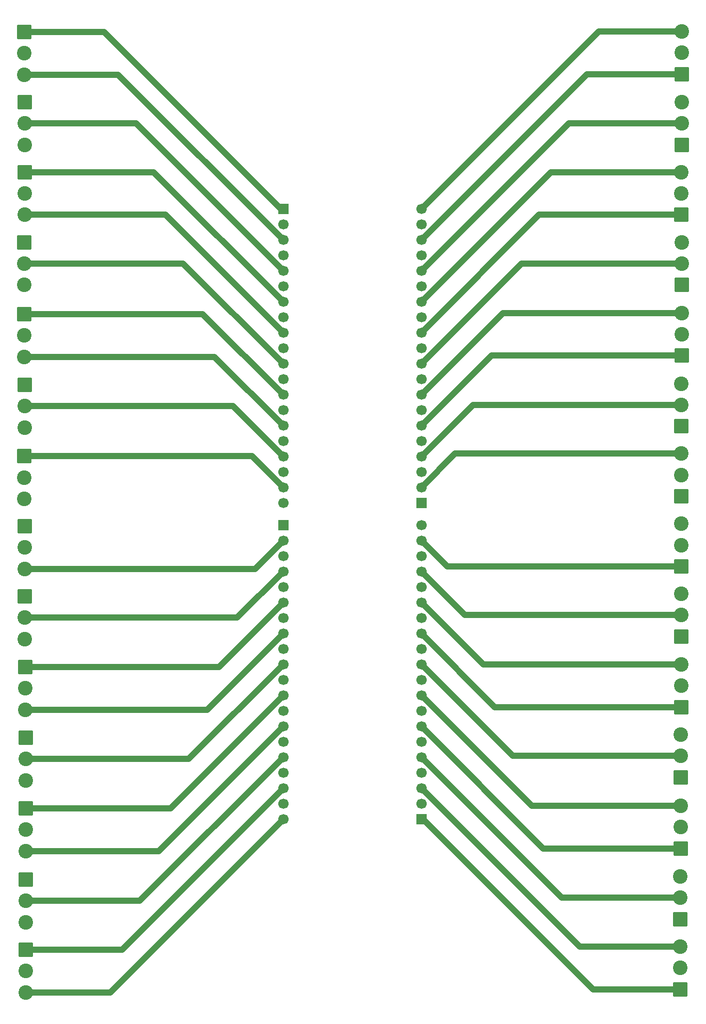
<source format=gbr>
%TF.GenerationSoftware,KiCad,Pcbnew,9.0.4-9.0.4-0~ubuntu24.04.1*%
%TF.CreationDate,2025-10-01T18:10:45-06:00*%
%TF.ProjectId,interfaz_esp32,696e7465-7266-4617-9a5f-65737033322e,rev?*%
%TF.SameCoordinates,Original*%
%TF.FileFunction,Copper,L1,Top*%
%TF.FilePolarity,Positive*%
%FSLAX46Y46*%
G04 Gerber Fmt 4.6, Leading zero omitted, Abs format (unit mm)*
G04 Created by KiCad (PCBNEW 9.0.4-9.0.4-0~ubuntu24.04.1) date 2025-10-01 18:10:45*
%MOMM*%
%LPD*%
G01*
G04 APERTURE LIST*
G04 Aperture macros list*
%AMRoundRect*
0 Rectangle with rounded corners*
0 $1 Rounding radius*
0 $2 $3 $4 $5 $6 $7 $8 $9 X,Y pos of 4 corners*
0 Add a 4 corners polygon primitive as box body*
4,1,4,$2,$3,$4,$5,$6,$7,$8,$9,$2,$3,0*
0 Add four circle primitives for the rounded corners*
1,1,$1+$1,$2,$3*
1,1,$1+$1,$4,$5*
1,1,$1+$1,$6,$7*
1,1,$1+$1,$8,$9*
0 Add four rect primitives between the rounded corners*
20,1,$1+$1,$2,$3,$4,$5,0*
20,1,$1+$1,$4,$5,$6,$7,0*
20,1,$1+$1,$6,$7,$8,$9,0*
20,1,$1+$1,$8,$9,$2,$3,0*%
G04 Aperture macros list end*
%TA.AperFunction,ComponentPad*%
%ADD10RoundRect,0.250001X0.949999X-0.949999X0.949999X0.949999X-0.949999X0.949999X-0.949999X-0.949999X0*%
%TD*%
%TA.AperFunction,ComponentPad*%
%ADD11C,2.400000*%
%TD*%
%TA.AperFunction,ComponentPad*%
%ADD12RoundRect,0.250001X-0.949999X0.949999X-0.949999X-0.949999X0.949999X-0.949999X0.949999X0.949999X0*%
%TD*%
%TA.AperFunction,ComponentPad*%
%ADD13R,1.700000X1.700000*%
%TD*%
%TA.AperFunction,ComponentPad*%
%ADD14C,1.700000*%
%TD*%
%TA.AperFunction,Conductor*%
%ADD15C,1.000000*%
%TD*%
G04 APERTURE END LIST*
D10*
%TO.P,J15,1,Pin_1*%
%TO.N,Net-(J15-Pin_1)*%
X53900000Y-95000000D03*
D11*
%TO.P,J15,2,Pin_2*%
%TO.N,Net-(J15-Pin_2)*%
X53900000Y-91500000D03*
%TO.P,J15,3,Pin_3*%
%TO.N,Net-(J15-Pin_3)*%
X53900000Y-88000000D03*
%TD*%
D12*
%TO.P,J29,1,Pin_1*%
%TO.N,Net-(J2-Pin_9)*%
X-53700000Y-88500000D03*
D11*
%TO.P,J29,2,Pin_2*%
%TO.N,Net-(J2-Pin_10)*%
X-53700000Y-92000000D03*
%TO.P,J29,3,Pin_3*%
%TO.N,Net-(J2-Pin_11)*%
X-53700000Y-95500000D03*
%TD*%
D13*
%TO.P,J2,1,Pin_1*%
%TO.N,Net-(J2-Pin_1)*%
X-11400000Y-53620000D03*
D14*
%TO.P,J2,2,Pin_2*%
%TO.N,Net-(J2-Pin_2)*%
X-11400000Y-56160000D03*
%TO.P,J2,3,Pin_3*%
%TO.N,Net-(J2-Pin_3)*%
X-11400000Y-58700000D03*
%TO.P,J2,4,Pin_4*%
%TO.N,Net-(J2-Pin_4)*%
X-11400000Y-61240000D03*
%TO.P,J2,5,Pin_5*%
%TO.N,Net-(J2-Pin_5)*%
X-11400000Y-63780000D03*
%TO.P,J2,6,Pin_6*%
%TO.N,Net-(J2-Pin_6)*%
X-11400000Y-66320000D03*
%TO.P,J2,7,Pin_7*%
%TO.N,Net-(J2-Pin_7)*%
X-11400000Y-68860000D03*
%TO.P,J2,8,Pin_8*%
%TO.N,Net-(J2-Pin_8)*%
X-11400000Y-71400000D03*
%TO.P,J2,9,Pin_9*%
%TO.N,Net-(J2-Pin_9)*%
X-11400000Y-73940000D03*
%TO.P,J2,10,Pin_10*%
%TO.N,Net-(J2-Pin_10)*%
X-11400000Y-76480000D03*
%TO.P,J2,11,Pin_11*%
%TO.N,Net-(J2-Pin_11)*%
X-11400000Y-79020000D03*
%TO.P,J2,12,Pin_12*%
%TO.N,Net-(J2-Pin_12)*%
X-11400000Y-81560000D03*
%TO.P,J2,13,Pin_13*%
%TO.N,Net-(J2-Pin_13)*%
X-11400000Y-84100000D03*
%TO.P,J2,14,Pin_14*%
%TO.N,Net-(J2-Pin_14)*%
X-11400000Y-86640000D03*
%TO.P,J2,15,Pin_15*%
%TO.N,Net-(J2-Pin_15)*%
X-11400000Y-89180000D03*
%TO.P,J2,16,Pin_16*%
%TO.N,Net-(J2-Pin_16)*%
X-11400000Y-91720000D03*
%TO.P,J2,17,Pin_17*%
%TO.N,Net-(J2-Pin_17)*%
X-11400000Y-94260000D03*
%TO.P,J2,18,Pin_18*%
%TO.N,Net-(J2-Pin_18)*%
X-11400000Y-96800000D03*
%TO.P,J2,19,Pin_19*%
%TO.N,Net-(J2-Pin_19)*%
X-11400000Y-99340000D03*
%TO.P,J2,20,Pin_20*%
%TO.N,Net-(J2-Pin_20)*%
X-11400000Y-101880000D03*
%TD*%
D10*
%TO.P,J11,1,Pin_1*%
%TO.N,unconnected-(J11-Pin_1-Pad1)*%
X54000000Y-48900000D03*
D11*
%TO.P,J11,2,Pin_2*%
%TO.N,Net-(J11-Pin_2)*%
X54000000Y-45400000D03*
%TO.P,J11,3,Pin_3*%
%TO.N,Net-(J11-Pin_3)*%
X54000000Y-41900000D03*
%TD*%
D10*
%TO.P,J12,1,Pin_1*%
%TO.N,Net-(J12-Pin_1)*%
X54000000Y-60400000D03*
D11*
%TO.P,J12,2,Pin_2*%
%TO.N,Net-(J12-Pin_2)*%
X54000000Y-56900000D03*
%TO.P,J12,3,Pin_3*%
%TO.N,unconnected-(J12-Pin_3-Pad3)*%
X54000000Y-53400000D03*
%TD*%
D10*
%TO.P,J13,1,Pin_1*%
%TO.N,Net-(J13-Pin_1)*%
X54000000Y-71900000D03*
D11*
%TO.P,J13,2,Pin_2*%
%TO.N,Net-(J13-Pin_2)*%
X54000000Y-68400000D03*
%TO.P,J13,3,Pin_3*%
%TO.N,Net-(J13-Pin_3)*%
X54000000Y-64900000D03*
%TD*%
D10*
%TO.P,J16,1,Pin_1*%
%TO.N,Net-(J16-Pin_1)*%
X53900000Y-106700000D03*
D11*
%TO.P,J16,2,Pin_2*%
%TO.N,Net-(J16-Pin_2)*%
X53900000Y-103200000D03*
%TO.P,J16,3,Pin_3*%
%TO.N,Net-(J16-Pin_3)*%
X53900000Y-99700000D03*
%TD*%
D12*
%TO.P,J20,1,Pin_1*%
%TO.N,Net-(J1-Pin_4)*%
X-53867500Y15800000D03*
D11*
%TO.P,J20,2,Pin_2*%
%TO.N,Net-(J1-Pin_5)*%
X-53867500Y12300000D03*
%TO.P,J20,3,Pin_3*%
%TO.N,Net-(J1-Pin_6)*%
X-53867500Y8800000D03*
%TD*%
D10*
%TO.P,J9,1,Pin_1*%
%TO.N,Net-(J4-Pin_6)*%
X54067500Y-25800000D03*
D11*
%TO.P,J9,2,Pin_2*%
%TO.N,Net-(J4-Pin_7)*%
X54067500Y-22300000D03*
%TO.P,J9,3,Pin_3*%
%TO.N,Net-(J4-Pin_8)*%
X54067500Y-18800000D03*
%TD*%
D13*
%TO.P,J1,1,Pin_1*%
%TO.N,Net-(J1-Pin_1)*%
X-11400000Y-1740000D03*
D14*
%TO.P,J1,2,Pin_2*%
%TO.N,Net-(J1-Pin_2)*%
X-11400000Y-4280000D03*
%TO.P,J1,3,Pin_3*%
%TO.N,Net-(J1-Pin_3)*%
X-11400000Y-6820000D03*
%TO.P,J1,4,Pin_4*%
%TO.N,Net-(J1-Pin_4)*%
X-11400000Y-9360000D03*
%TO.P,J1,5,Pin_5*%
%TO.N,Net-(J1-Pin_5)*%
X-11400000Y-11900000D03*
%TO.P,J1,6,Pin_6*%
%TO.N,Net-(J1-Pin_6)*%
X-11400000Y-14440000D03*
%TO.P,J1,7,Pin_7*%
%TO.N,Net-(J1-Pin_7)*%
X-11400000Y-16980000D03*
%TO.P,J1,8,Pin_8*%
%TO.N,Net-(J1-Pin_8)*%
X-11400000Y-19520000D03*
%TO.P,J1,9,Pin_9*%
%TO.N,Net-(J1-Pin_9)*%
X-11400000Y-22060000D03*
%TO.P,J1,10,Pin_10*%
%TO.N,Net-(J1-Pin_10)*%
X-11400000Y-24600000D03*
%TO.P,J1,11,Pin_11*%
%TO.N,Net-(J1-Pin_11)*%
X-11400000Y-27140000D03*
%TO.P,J1,12,Pin_12*%
%TO.N,Net-(J1-Pin_12)*%
X-11400000Y-29680000D03*
%TO.P,J1,13,Pin_13*%
%TO.N,Net-(J1-Pin_13)*%
X-11400000Y-32220000D03*
%TO.P,J1,14,Pin_14*%
%TO.N,Net-(J1-Pin_14)*%
X-11400000Y-34760000D03*
%TO.P,J1,15,Pin_15*%
%TO.N,Net-(J1-Pin_15)*%
X-11400000Y-37300000D03*
%TO.P,J1,16,Pin_16*%
%TO.N,Net-(J1-Pin_16)*%
X-11400000Y-39840000D03*
%TO.P,J1,17,Pin_17*%
%TO.N,Net-(J1-Pin_17)*%
X-11400000Y-42380000D03*
%TO.P,J1,18,Pin_18*%
%TO.N,Net-(J1-Pin_18)*%
X-11400000Y-44920000D03*
%TO.P,J1,19,Pin_19*%
%TO.N,Net-(J1-Pin_19)*%
X-11400000Y-47460000D03*
%TO.P,J1,20,Pin_20*%
%TO.N,Net-(J1-Pin_20)*%
X-11400000Y-50000000D03*
%TD*%
D13*
%TO.P,J4,1,Pin_1*%
%TO.N,Net-(J11-Pin_2)*%
X11300000Y-50000000D03*
D14*
%TO.P,J4,2,Pin_2*%
%TO.N,Net-(J11-Pin_3)*%
X11300000Y-47460000D03*
%TO.P,J4,3,Pin_3*%
%TO.N,Net-(J10-Pin_1)*%
X11300000Y-44920000D03*
%TO.P,J4,4,Pin_4*%
%TO.N,Net-(J10-Pin_2)*%
X11300000Y-42380000D03*
%TO.P,J4,5,Pin_5*%
%TO.N,Net-(J10-Pin_3)*%
X11300000Y-39840000D03*
%TO.P,J4,6,Pin_6*%
%TO.N,Net-(J4-Pin_6)*%
X11300000Y-37300000D03*
%TO.P,J4,7,Pin_7*%
%TO.N,Net-(J4-Pin_7)*%
X11300000Y-34760000D03*
%TO.P,J4,8,Pin_8*%
%TO.N,Net-(J4-Pin_8)*%
X11300000Y-32220000D03*
%TO.P,J4,9,Pin_9*%
%TO.N,Net-(J4-Pin_9)*%
X11300000Y-29680000D03*
%TO.P,J4,10,Pin_10*%
%TO.N,Net-(J4-Pin_10)*%
X11300000Y-27140000D03*
%TO.P,J4,11,Pin_11*%
%TO.N,Net-(J4-Pin_11)*%
X11300000Y-24600000D03*
%TO.P,J4,12,Pin_12*%
%TO.N,Net-(J4-Pin_12)*%
X11300000Y-22060000D03*
%TO.P,J4,13,Pin_13*%
%TO.N,Net-(J4-Pin_13)*%
X11300000Y-19520000D03*
%TO.P,J4,14,Pin_14*%
%TO.N,Net-(J4-Pin_14)*%
X11300000Y-16980000D03*
%TO.P,J4,15,Pin_15*%
%TO.N,Net-(J4-Pin_15)*%
X11300000Y-14440000D03*
%TO.P,J4,16,Pin_16*%
%TO.N,Net-(J4-Pin_16)*%
X11300000Y-11900000D03*
%TO.P,J4,17,Pin_17*%
%TO.N,Net-(J4-Pin_17)*%
X11300000Y-9360000D03*
%TO.P,J4,18,Pin_18*%
%TO.N,Net-(J4-Pin_18)*%
X11300000Y-6820000D03*
%TO.P,J4,19,Pin_19*%
%TO.N,Net-(J4-Pin_19)*%
X11300000Y-4280000D03*
%TO.P,J4,20,Pin_20*%
%TO.N,Net-(J4-Pin_20)*%
X11300000Y-1740000D03*
%TD*%
D12*
%TO.P,J26,1,Pin_1*%
%TO.N,unconnected-(J26-Pin_1-Pad1)*%
X-53900000Y-53800000D03*
D11*
%TO.P,J26,2,Pin_2*%
%TO.N,Net-(J2-Pin_1)*%
X-53900000Y-57300000D03*
%TO.P,J26,3,Pin_3*%
%TO.N,Net-(J2-Pin_2)*%
X-53900000Y-60800000D03*
%TD*%
D13*
%TO.P,J3,1,Pin_1*%
%TO.N,Net-(J18-Pin_1)*%
X11300000Y-101900000D03*
D14*
%TO.P,J3,2,Pin_2*%
%TO.N,Net-(J18-Pin_2)*%
X11300000Y-99360000D03*
%TO.P,J3,3,Pin_3*%
%TO.N,Net-(J18-Pin_3)*%
X11300000Y-96820000D03*
%TO.P,J3,4,Pin_4*%
%TO.N,Net-(J17-Pin_1)*%
X11300000Y-94280000D03*
%TO.P,J3,5,Pin_5*%
%TO.N,Net-(J17-Pin_2)*%
X11300000Y-91740000D03*
%TO.P,J3,6,Pin_6*%
%TO.N,Net-(J17-Pin_3)*%
X11300000Y-89200000D03*
%TO.P,J3,7,Pin_7*%
%TO.N,Net-(J16-Pin_1)*%
X11300000Y-86660000D03*
%TO.P,J3,8,Pin_8*%
%TO.N,Net-(J16-Pin_2)*%
X11300000Y-84120000D03*
%TO.P,J3,9,Pin_9*%
%TO.N,Net-(J16-Pin_3)*%
X11300000Y-81580000D03*
%TO.P,J3,10,Pin_10*%
%TO.N,Net-(J15-Pin_1)*%
X11300000Y-79040000D03*
%TO.P,J3,11,Pin_11*%
%TO.N,Net-(J15-Pin_2)*%
X11300000Y-76500000D03*
%TO.P,J3,12,Pin_12*%
%TO.N,Net-(J15-Pin_3)*%
X11300000Y-73960000D03*
%TO.P,J3,13,Pin_13*%
%TO.N,Net-(J14-Pin_1)*%
X11300000Y-71420000D03*
%TO.P,J3,14,Pin_14*%
%TO.N,Net-(J14-Pin_2)*%
X11300000Y-68880000D03*
%TO.P,J3,15,Pin_15*%
%TO.N,Net-(J14-Pin_3)*%
X11300000Y-66340000D03*
%TO.P,J3,16,Pin_16*%
%TO.N,Net-(J13-Pin_1)*%
X11300000Y-63800000D03*
%TO.P,J3,17,Pin_17*%
%TO.N,Net-(J13-Pin_2)*%
X11300000Y-61260000D03*
%TO.P,J3,18,Pin_18*%
%TO.N,Net-(J13-Pin_3)*%
X11300000Y-58720000D03*
%TO.P,J3,19,Pin_19*%
%TO.N,Net-(J12-Pin_1)*%
X11300000Y-56180000D03*
%TO.P,J3,20,Pin_20*%
%TO.N,Net-(J12-Pin_2)*%
X11300000Y-53640000D03*
%TD*%
D12*
%TO.P,J23,1,Pin_1*%
%TO.N,Net-(J1-Pin_13)*%
X-53967500Y-19000000D03*
D11*
%TO.P,J23,2,Pin_2*%
%TO.N,Net-(J1-Pin_14)*%
X-53967500Y-22500000D03*
%TO.P,J23,3,Pin_3*%
%TO.N,Net-(J1-Pin_15)*%
X-53967500Y-26000000D03*
%TD*%
D12*
%TO.P,J25,1,Pin_1*%
%TO.N,Net-(J1-Pin_19)*%
X-53967500Y-42300000D03*
D11*
%TO.P,J25,2,Pin_2*%
%TO.N,Net-(J1-Pin_20)*%
X-53967500Y-45800000D03*
%TO.P,J25,3,Pin_3*%
%TO.N,unconnected-(J25-Pin_3-Pad3)*%
X-53967500Y-49300000D03*
%TD*%
D10*
%TO.P,J7,1,Pin_1*%
%TO.N,Net-(J4-Pin_12)*%
X54000000Y-2700000D03*
D11*
%TO.P,J7,2,Pin_2*%
%TO.N,Net-(J4-Pin_13)*%
X54000000Y800000D03*
%TO.P,J7,3,Pin_3*%
%TO.N,Net-(J4-Pin_14)*%
X54000000Y4300000D03*
%TD*%
D12*
%TO.P,J31,1,Pin_1*%
%TO.N,Net-(J2-Pin_15)*%
X-53700000Y-111800000D03*
D11*
%TO.P,J31,2,Pin_2*%
%TO.N,Net-(J2-Pin_16)*%
X-53700000Y-115300000D03*
%TO.P,J31,3,Pin_3*%
%TO.N,Net-(J2-Pin_17)*%
X-53700000Y-118800000D03*
%TD*%
D10*
%TO.P,J17,1,Pin_1*%
%TO.N,Net-(J17-Pin_1)*%
X53867500Y-118300000D03*
D11*
%TO.P,J17,2,Pin_2*%
%TO.N,Net-(J17-Pin_2)*%
X53867500Y-114800000D03*
%TO.P,J17,3,Pin_3*%
%TO.N,Net-(J17-Pin_3)*%
X53867500Y-111300000D03*
%TD*%
D10*
%TO.P,J5,1,Pin_1*%
%TO.N,Net-(J4-Pin_18)*%
X54100000Y20400000D03*
D11*
%TO.P,J5,2,Pin_2*%
%TO.N,Net-(J4-Pin_19)*%
X54100000Y23900000D03*
%TO.P,J5,3,Pin_3*%
%TO.N,Net-(J4-Pin_20)*%
X54100000Y27400000D03*
%TD*%
D10*
%TO.P,J14,1,Pin_1*%
%TO.N,Net-(J14-Pin_1)*%
X54000000Y-83500000D03*
D11*
%TO.P,J14,2,Pin_2*%
%TO.N,Net-(J14-Pin_2)*%
X54000000Y-80000000D03*
%TO.P,J14,3,Pin_3*%
%TO.N,Net-(J14-Pin_3)*%
X54000000Y-76500000D03*
%TD*%
D12*
%TO.P,J32,1,Pin_1*%
%TO.N,Net-(J2-Pin_18)*%
X-53700000Y-123300000D03*
D11*
%TO.P,J32,2,Pin_2*%
%TO.N,Net-(J2-Pin_19)*%
X-53700000Y-126800000D03*
%TO.P,J32,3,Pin_3*%
%TO.N,Net-(J2-Pin_20)*%
X-53700000Y-130300000D03*
%TD*%
D12*
%TO.P,J24,1,Pin_1*%
%TO.N,Net-(J1-Pin_16)*%
X-53867500Y-30600000D03*
D11*
%TO.P,J24,2,Pin_2*%
%TO.N,Net-(J1-Pin_17)*%
X-53867500Y-34100000D03*
%TO.P,J24,3,Pin_3*%
%TO.N,Net-(J1-Pin_18)*%
X-53867500Y-37600000D03*
%TD*%
D12*
%TO.P,J30,1,Pin_1*%
%TO.N,Net-(J2-Pin_12)*%
X-53700000Y-100100000D03*
D11*
%TO.P,J30,2,Pin_2*%
%TO.N,Net-(J2-Pin_13)*%
X-53700000Y-103600000D03*
%TO.P,J30,3,Pin_3*%
%TO.N,Net-(J2-Pin_14)*%
X-53700000Y-107100000D03*
%TD*%
D12*
%TO.P,J19,1,Pin_1*%
%TO.N,Net-(J1-Pin_1)*%
X-53967500Y27300000D03*
D11*
%TO.P,J19,2,Pin_2*%
%TO.N,Net-(J1-Pin_2)*%
X-53967500Y23800000D03*
%TO.P,J19,3,Pin_3*%
%TO.N,Net-(J1-Pin_3)*%
X-53967500Y20300000D03*
%TD*%
D12*
%TO.P,J22,1,Pin_1*%
%TO.N,Net-(J1-Pin_10)*%
X-53967500Y-7200000D03*
D11*
%TO.P,J22,2,Pin_2*%
%TO.N,Net-(J1-Pin_11)*%
X-53967500Y-10700000D03*
%TO.P,J22,3,Pin_3*%
%TO.N,Net-(J1-Pin_12)*%
X-53967500Y-14200000D03*
%TD*%
D12*
%TO.P,J21,1,Pin_1*%
%TO.N,Net-(J1-Pin_7)*%
X-53867500Y4300000D03*
D11*
%TO.P,J21,2,Pin_2*%
%TO.N,Net-(J1-Pin_8)*%
X-53867500Y800000D03*
%TO.P,J21,3,Pin_3*%
%TO.N,Net-(J1-Pin_9)*%
X-53867500Y-2700000D03*
%TD*%
D10*
%TO.P,J6,1,Pin_1*%
%TO.N,Net-(J4-Pin_15)*%
X54067500Y8800000D03*
D11*
%TO.P,J6,2,Pin_2*%
%TO.N,Net-(J4-Pin_16)*%
X54067500Y12300000D03*
%TO.P,J6,3,Pin_3*%
%TO.N,Net-(J4-Pin_17)*%
X54067500Y15800000D03*
%TD*%
D10*
%TO.P,J8,1,Pin_1*%
%TO.N,Net-(J4-Pin_9)*%
X54067500Y-14200000D03*
D11*
%TO.P,J8,2,Pin_2*%
%TO.N,Net-(J4-Pin_10)*%
X54067500Y-10700000D03*
%TO.P,J8,3,Pin_3*%
%TO.N,Net-(J4-Pin_11)*%
X54067500Y-7200000D03*
%TD*%
D12*
%TO.P,J28,1,Pin_1*%
%TO.N,Net-(J2-Pin_6)*%
X-53800000Y-76900000D03*
D11*
%TO.P,J28,2,Pin_2*%
%TO.N,Net-(J2-Pin_7)*%
X-53800000Y-80400000D03*
%TO.P,J28,3,Pin_3*%
%TO.N,Net-(J2-Pin_8)*%
X-53800000Y-83900000D03*
%TD*%
D10*
%TO.P,J18,1,Pin_1*%
%TO.N,Net-(J18-Pin_1)*%
X53867500Y-129800000D03*
D11*
%TO.P,J18,2,Pin_2*%
%TO.N,Net-(J18-Pin_2)*%
X53867500Y-126300000D03*
%TO.P,J18,3,Pin_3*%
%TO.N,Net-(J18-Pin_3)*%
X53867500Y-122800000D03*
%TD*%
D12*
%TO.P,J27,1,Pin_1*%
%TO.N,Net-(J2-Pin_3)*%
X-53900000Y-65300000D03*
D11*
%TO.P,J27,2,Pin_2*%
%TO.N,Net-(J2-Pin_4)*%
X-53900000Y-68800000D03*
%TO.P,J27,3,Pin_3*%
%TO.N,Net-(J2-Pin_5)*%
X-53900000Y-72300000D03*
%TD*%
D10*
%TO.P,J10,1,Pin_1*%
%TO.N,Net-(J10-Pin_1)*%
X54000000Y-37400000D03*
D11*
%TO.P,J10,2,Pin_2*%
%TO.N,Net-(J10-Pin_2)*%
X54000000Y-33900000D03*
%TO.P,J10,3,Pin_3*%
%TO.N,Net-(J10-Pin_3)*%
X54000000Y-30400000D03*
%TD*%
D15*
%TO.N,Net-(J1-Pin_3)*%
X-53967500Y20300000D02*
X-38520000Y20300000D01*
X-38520000Y20300000D02*
X-11400000Y-6820000D01*
%TO.N,Net-(J1-Pin_5)*%
X-35600000Y12300000D02*
X-11400000Y-11900000D01*
X-53867500Y12300000D02*
X-35600000Y12300000D01*
%TO.N,Net-(J1-Pin_7)*%
X-32680000Y4300000D02*
X-11400000Y-16980000D01*
X-53867500Y4300000D02*
X-32680000Y4300000D01*
%TO.N,Net-(J1-Pin_9)*%
X-30760000Y-2700000D02*
X-11400000Y-22060000D01*
X-53867500Y-2700000D02*
X-30760000Y-2700000D01*
%TO.N,Net-(J1-Pin_15)*%
X-22700000Y-26000000D02*
X-11400000Y-37300000D01*
X-53967500Y-26000000D02*
X-22700000Y-26000000D01*
%TO.N,Net-(J1-Pin_13)*%
X-24620000Y-19000000D02*
X-11400000Y-32220000D01*
X-53967500Y-19000000D02*
X-24620000Y-19000000D01*
%TO.N,Net-(J1-Pin_17)*%
X-53867500Y-34100000D02*
X-19680000Y-34100000D01*
X-19680000Y-34100000D02*
X-11400000Y-42380000D01*
%TO.N,Net-(J1-Pin_11)*%
X-53967500Y-10700000D02*
X-27840000Y-10700000D01*
X-27840000Y-10700000D02*
X-11400000Y-27140000D01*
%TO.N,Net-(J1-Pin_1)*%
X-53967500Y27300000D02*
X-40800000Y27300000D01*
X-40800000Y27300000D02*
X-11760000Y-1740000D01*
X-11760000Y-1740000D02*
X-11400000Y-1740000D01*
%TO.N,Net-(J1-Pin_19)*%
X-16560000Y-42300000D02*
X-11400000Y-47460000D01*
X-53967500Y-42300000D02*
X-16560000Y-42300000D01*
%TO.N,Net-(J2-Pin_16)*%
X-34980000Y-115300000D02*
X-11400000Y-91720000D01*
X-53700000Y-115300000D02*
X-34980000Y-115300000D01*
%TO.N,Net-(J2-Pin_8)*%
X-23900000Y-83900000D02*
X-11400000Y-71400000D01*
X-53800000Y-83900000D02*
X-23900000Y-83900000D01*
%TO.N,Net-(J2-Pin_14)*%
X-53700000Y-107100000D02*
X-31860000Y-107100000D01*
X-31860000Y-107100000D02*
X-11400000Y-86640000D01*
%TO.N,Net-(J2-Pin_18)*%
X-37900000Y-123300000D02*
X-11400000Y-96800000D01*
X-53700000Y-123300000D02*
X-37900000Y-123300000D01*
%TO.N,Net-(J2-Pin_2)*%
X-53900000Y-60800000D02*
X-16040000Y-60800000D01*
X-16040000Y-60800000D02*
X-11400000Y-56160000D01*
%TO.N,Net-(J2-Pin_10)*%
X-26920000Y-92000000D02*
X-11400000Y-76480000D01*
X-53700000Y-92000000D02*
X-26920000Y-92000000D01*
%TO.N,Net-(J2-Pin_20)*%
X-53700000Y-130300000D02*
X-39820000Y-130300000D01*
X-39820000Y-130300000D02*
X-11400000Y-101880000D01*
%TO.N,Net-(J2-Pin_6)*%
X-53800000Y-76900000D02*
X-21980000Y-76900000D01*
X-21980000Y-76900000D02*
X-11400000Y-66320000D01*
%TO.N,Net-(J2-Pin_4)*%
X-18960000Y-68800000D02*
X-11400000Y-61240000D01*
X-53900000Y-68800000D02*
X-18960000Y-68800000D01*
%TO.N,Net-(J2-Pin_12)*%
X-29940000Y-100100000D02*
X-11400000Y-81560000D01*
X-53700000Y-100100000D02*
X-29940000Y-100100000D01*
%TO.N,Net-(J16-Pin_1)*%
X31340000Y-106700000D02*
X11300000Y-86660000D01*
X53900000Y-106700000D02*
X31340000Y-106700000D01*
%TO.N,Net-(J15-Pin_2)*%
X53900000Y-91500000D02*
X26300000Y-91500000D01*
X26300000Y-91500000D02*
X11300000Y-76500000D01*
%TO.N,Net-(J18-Pin_3)*%
X37280000Y-122800000D02*
X11300000Y-96820000D01*
X53867500Y-122800000D02*
X37280000Y-122800000D01*
%TO.N,Net-(J16-Pin_3)*%
X29420000Y-99700000D02*
X11300000Y-81580000D01*
X53900000Y-99700000D02*
X29420000Y-99700000D01*
%TO.N,Net-(J13-Pin_2)*%
X18440000Y-68400000D02*
X11300000Y-61260000D01*
X54000000Y-68400000D02*
X18440000Y-68400000D01*
%TO.N,Net-(J12-Pin_1)*%
X54000000Y-60400000D02*
X15520000Y-60400000D01*
X15520000Y-60400000D02*
X11300000Y-56180000D01*
%TO.N,Net-(J17-Pin_2)*%
X34360000Y-114800000D02*
X11300000Y-91740000D01*
X53867500Y-114800000D02*
X34360000Y-114800000D01*
%TO.N,Net-(J14-Pin_3)*%
X54000000Y-76500000D02*
X21460000Y-76500000D01*
X21460000Y-76500000D02*
X11300000Y-66340000D01*
%TO.N,Net-(J14-Pin_1)*%
X23380000Y-83500000D02*
X11300000Y-71420000D01*
X54000000Y-83500000D02*
X23380000Y-83500000D01*
%TO.N,Net-(J18-Pin_1)*%
X53867500Y-129800000D02*
X39500000Y-129800000D01*
X11600000Y-101900000D02*
X11300000Y-101900000D01*
X39500000Y-129800000D02*
X11600000Y-101900000D01*
%TO.N,Net-(J4-Pin_16)*%
X54067500Y12300000D02*
X35500000Y12300000D01*
X35500000Y12300000D02*
X11300000Y-11900000D01*
%TO.N,Net-(J4-Pin_14)*%
X54000000Y4300000D02*
X32580000Y4300000D01*
X32580000Y4300000D02*
X11300000Y-16980000D01*
%TO.N,Net-(J4-Pin_18)*%
X54100000Y20400000D02*
X38520000Y20400000D01*
X38520000Y20400000D02*
X11300000Y-6820000D01*
%TO.N,Net-(J11-Pin_3)*%
X54000000Y-41900000D02*
X16860000Y-41900000D01*
X16860000Y-41900000D02*
X11300000Y-47460000D01*
%TO.N,Net-(J10-Pin_2)*%
X54000000Y-33900000D02*
X19780000Y-33900000D01*
X19780000Y-33900000D02*
X11300000Y-42380000D01*
%TO.N,Net-(J4-Pin_20)*%
X40440000Y27400000D02*
X11300000Y-1740000D01*
X54100000Y27400000D02*
X40440000Y27400000D01*
%TO.N,Net-(J4-Pin_12)*%
X54000000Y-2700000D02*
X30660000Y-2700000D01*
X30660000Y-2700000D02*
X11300000Y-22060000D01*
%TO.N,Net-(J4-Pin_10)*%
X27740000Y-10700000D02*
X11300000Y-27140000D01*
X54067500Y-10700000D02*
X27740000Y-10700000D01*
%TO.N,Net-(J4-Pin_8)*%
X24720000Y-18800000D02*
X11300000Y-32220000D01*
X54067500Y-18800000D02*
X24720000Y-18800000D01*
%TO.N,Net-(J4-Pin_6)*%
X22800000Y-25800000D02*
X11300000Y-37300000D01*
X54067500Y-25800000D02*
X22800000Y-25800000D01*
%TD*%
M02*

</source>
